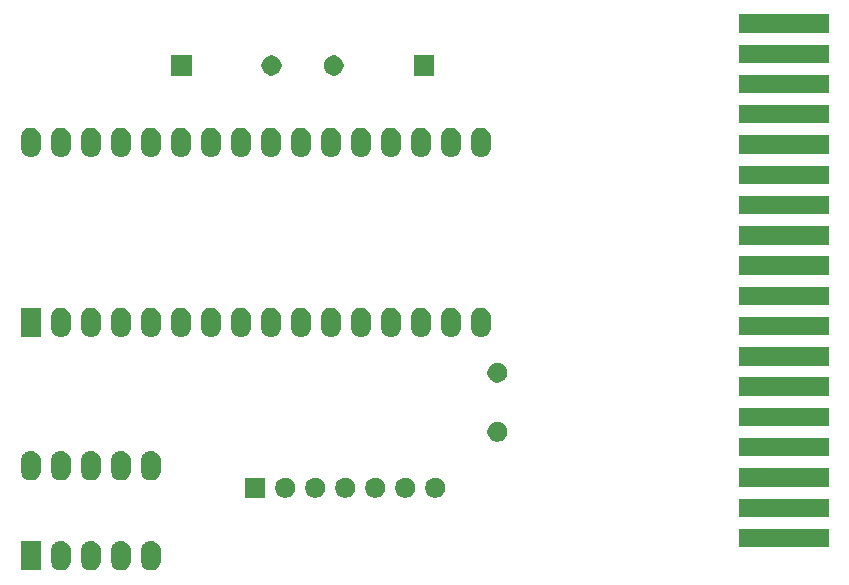
<source format=gbs>
G04 #@! TF.GenerationSoftware,KiCad,Pcbnew,(5.1.5)-3*
G04 #@! TF.CreationDate,2020-09-14T20:13:50+08:00*
G04 #@! TF.ProjectId,WizzardCartRPack,57697a7a-6172-4644-9361-727452506163,rev?*
G04 #@! TF.SameCoordinates,Original*
G04 #@! TF.FileFunction,Soldermask,Bot*
G04 #@! TF.FilePolarity,Negative*
%FSLAX46Y46*%
G04 Gerber Fmt 4.6, Leading zero omitted, Abs format (unit mm)*
G04 Created by KiCad (PCBNEW (5.1.5)-3) date 2020-09-14 20:13:50*
%MOMM*%
%LPD*%
G04 APERTURE LIST*
%ADD10C,0.100000*%
G04 APERTURE END LIST*
D10*
G36*
X113076822Y-120761313D02*
G01*
X113237241Y-120809976D01*
X113385077Y-120888995D01*
X113514659Y-120995341D01*
X113621004Y-121124922D01*
X113621005Y-121124924D01*
X113700024Y-121272758D01*
X113700024Y-121272759D01*
X113700025Y-121272761D01*
X113709083Y-121302620D01*
X113748687Y-121433177D01*
X113761000Y-121558196D01*
X113761000Y-122441803D01*
X113748687Y-122566822D01*
X113700024Y-122727242D01*
X113629114Y-122859906D01*
X113621004Y-122875078D01*
X113514659Y-123004659D01*
X113385078Y-123111004D01*
X113385076Y-123111005D01*
X113237242Y-123190024D01*
X113076823Y-123238687D01*
X112910000Y-123255117D01*
X112743178Y-123238687D01*
X112582759Y-123190024D01*
X112434925Y-123111005D01*
X112434923Y-123111004D01*
X112305342Y-123004659D01*
X112198997Y-122875078D01*
X112190887Y-122859906D01*
X112119977Y-122727242D01*
X112071314Y-122566823D01*
X112059000Y-122441803D01*
X112059000Y-121558197D01*
X112071313Y-121433178D01*
X112119976Y-121272759D01*
X112198995Y-121124923D01*
X112305341Y-120995341D01*
X112434922Y-120888996D01*
X112450094Y-120880886D01*
X112582758Y-120809976D01*
X112743177Y-120761313D01*
X112910000Y-120744883D01*
X113076822Y-120761313D01*
G37*
G36*
X110536822Y-120761313D02*
G01*
X110697241Y-120809976D01*
X110845077Y-120888995D01*
X110974659Y-120995341D01*
X111081004Y-121124922D01*
X111081005Y-121124924D01*
X111160024Y-121272758D01*
X111160024Y-121272759D01*
X111160025Y-121272761D01*
X111169083Y-121302620D01*
X111208687Y-121433177D01*
X111221000Y-121558196D01*
X111221000Y-122441803D01*
X111208687Y-122566822D01*
X111160024Y-122727242D01*
X111089114Y-122859906D01*
X111081004Y-122875078D01*
X110974659Y-123004659D01*
X110845078Y-123111004D01*
X110845076Y-123111005D01*
X110697242Y-123190024D01*
X110536823Y-123238687D01*
X110370000Y-123255117D01*
X110203178Y-123238687D01*
X110042759Y-123190024D01*
X109894925Y-123111005D01*
X109894923Y-123111004D01*
X109765342Y-123004659D01*
X109658997Y-122875078D01*
X109650887Y-122859906D01*
X109579977Y-122727242D01*
X109531314Y-122566823D01*
X109519000Y-122441803D01*
X109519000Y-121558197D01*
X109531313Y-121433178D01*
X109579976Y-121272759D01*
X109658995Y-121124923D01*
X109765341Y-120995341D01*
X109894922Y-120888996D01*
X109910094Y-120880886D01*
X110042758Y-120809976D01*
X110203177Y-120761313D01*
X110370000Y-120744883D01*
X110536822Y-120761313D01*
G37*
G36*
X105456822Y-120761313D02*
G01*
X105617241Y-120809976D01*
X105765077Y-120888995D01*
X105894659Y-120995341D01*
X106001004Y-121124922D01*
X106001005Y-121124924D01*
X106080024Y-121272758D01*
X106080024Y-121272759D01*
X106080025Y-121272761D01*
X106089083Y-121302620D01*
X106128687Y-121433177D01*
X106141000Y-121558196D01*
X106141000Y-122441803D01*
X106128687Y-122566822D01*
X106080024Y-122727242D01*
X106009114Y-122859906D01*
X106001004Y-122875078D01*
X105894659Y-123004659D01*
X105765078Y-123111004D01*
X105765076Y-123111005D01*
X105617242Y-123190024D01*
X105456823Y-123238687D01*
X105290000Y-123255117D01*
X105123178Y-123238687D01*
X104962759Y-123190024D01*
X104814925Y-123111005D01*
X104814923Y-123111004D01*
X104685342Y-123004659D01*
X104578997Y-122875078D01*
X104570887Y-122859906D01*
X104499977Y-122727242D01*
X104451314Y-122566823D01*
X104439000Y-122441803D01*
X104439000Y-121558197D01*
X104451313Y-121433178D01*
X104499976Y-121272759D01*
X104578995Y-121124923D01*
X104685341Y-120995341D01*
X104814922Y-120888996D01*
X104830094Y-120880886D01*
X104962758Y-120809976D01*
X105123177Y-120761313D01*
X105290000Y-120744883D01*
X105456822Y-120761313D01*
G37*
G36*
X107996822Y-120761313D02*
G01*
X108157241Y-120809976D01*
X108305077Y-120888995D01*
X108434659Y-120995341D01*
X108541004Y-121124922D01*
X108541005Y-121124924D01*
X108620024Y-121272758D01*
X108620024Y-121272759D01*
X108620025Y-121272761D01*
X108629083Y-121302620D01*
X108668687Y-121433177D01*
X108681000Y-121558196D01*
X108681000Y-122441803D01*
X108668687Y-122566822D01*
X108620024Y-122727242D01*
X108549114Y-122859906D01*
X108541004Y-122875078D01*
X108434659Y-123004659D01*
X108305078Y-123111004D01*
X108305076Y-123111005D01*
X108157242Y-123190024D01*
X107996823Y-123238687D01*
X107830000Y-123255117D01*
X107663178Y-123238687D01*
X107502759Y-123190024D01*
X107354925Y-123111005D01*
X107354923Y-123111004D01*
X107225342Y-123004659D01*
X107118997Y-122875078D01*
X107110887Y-122859906D01*
X107039977Y-122727242D01*
X106991314Y-122566823D01*
X106979000Y-122441803D01*
X106979000Y-121558197D01*
X106991313Y-121433178D01*
X107039976Y-121272759D01*
X107118995Y-121124923D01*
X107225341Y-120995341D01*
X107354922Y-120888996D01*
X107370094Y-120880886D01*
X107502758Y-120809976D01*
X107663177Y-120761313D01*
X107830000Y-120744883D01*
X107996822Y-120761313D01*
G37*
G36*
X103601000Y-123251000D02*
G01*
X101899000Y-123251000D01*
X101899000Y-120749000D01*
X103601000Y-120749000D01*
X103601000Y-123251000D01*
G37*
G36*
X170301000Y-121276000D02*
G01*
X162699000Y-121276000D01*
X162699000Y-119724000D01*
X170301000Y-119724000D01*
X170301000Y-121276000D01*
G37*
G36*
X170301000Y-118714236D02*
G01*
X162699000Y-118714236D01*
X162699000Y-117162236D01*
X170301000Y-117162236D01*
X170301000Y-118714236D01*
G37*
G36*
X134698228Y-115431703D02*
G01*
X134853100Y-115495853D01*
X134992481Y-115588985D01*
X135111015Y-115707519D01*
X135204147Y-115846900D01*
X135268297Y-116001772D01*
X135301000Y-116166184D01*
X135301000Y-116333816D01*
X135268297Y-116498228D01*
X135204147Y-116653100D01*
X135111015Y-116792481D01*
X134992481Y-116911015D01*
X134853100Y-117004147D01*
X134698228Y-117068297D01*
X134533816Y-117101000D01*
X134366184Y-117101000D01*
X134201772Y-117068297D01*
X134046900Y-117004147D01*
X133907519Y-116911015D01*
X133788985Y-116792481D01*
X133695853Y-116653100D01*
X133631703Y-116498228D01*
X133599000Y-116333816D01*
X133599000Y-116166184D01*
X133631703Y-116001772D01*
X133695853Y-115846900D01*
X133788985Y-115707519D01*
X133907519Y-115588985D01*
X134046900Y-115495853D01*
X134201772Y-115431703D01*
X134366184Y-115399000D01*
X134533816Y-115399000D01*
X134698228Y-115431703D01*
G37*
G36*
X124538228Y-115431703D02*
G01*
X124693100Y-115495853D01*
X124832481Y-115588985D01*
X124951015Y-115707519D01*
X125044147Y-115846900D01*
X125108297Y-116001772D01*
X125141000Y-116166184D01*
X125141000Y-116333816D01*
X125108297Y-116498228D01*
X125044147Y-116653100D01*
X124951015Y-116792481D01*
X124832481Y-116911015D01*
X124693100Y-117004147D01*
X124538228Y-117068297D01*
X124373816Y-117101000D01*
X124206184Y-117101000D01*
X124041772Y-117068297D01*
X123886900Y-117004147D01*
X123747519Y-116911015D01*
X123628985Y-116792481D01*
X123535853Y-116653100D01*
X123471703Y-116498228D01*
X123439000Y-116333816D01*
X123439000Y-116166184D01*
X123471703Y-116001772D01*
X123535853Y-115846900D01*
X123628985Y-115707519D01*
X123747519Y-115588985D01*
X123886900Y-115495853D01*
X124041772Y-115431703D01*
X124206184Y-115399000D01*
X124373816Y-115399000D01*
X124538228Y-115431703D01*
G37*
G36*
X127078228Y-115431703D02*
G01*
X127233100Y-115495853D01*
X127372481Y-115588985D01*
X127491015Y-115707519D01*
X127584147Y-115846900D01*
X127648297Y-116001772D01*
X127681000Y-116166184D01*
X127681000Y-116333816D01*
X127648297Y-116498228D01*
X127584147Y-116653100D01*
X127491015Y-116792481D01*
X127372481Y-116911015D01*
X127233100Y-117004147D01*
X127078228Y-117068297D01*
X126913816Y-117101000D01*
X126746184Y-117101000D01*
X126581772Y-117068297D01*
X126426900Y-117004147D01*
X126287519Y-116911015D01*
X126168985Y-116792481D01*
X126075853Y-116653100D01*
X126011703Y-116498228D01*
X125979000Y-116333816D01*
X125979000Y-116166184D01*
X126011703Y-116001772D01*
X126075853Y-115846900D01*
X126168985Y-115707519D01*
X126287519Y-115588985D01*
X126426900Y-115495853D01*
X126581772Y-115431703D01*
X126746184Y-115399000D01*
X126913816Y-115399000D01*
X127078228Y-115431703D01*
G37*
G36*
X129618228Y-115431703D02*
G01*
X129773100Y-115495853D01*
X129912481Y-115588985D01*
X130031015Y-115707519D01*
X130124147Y-115846900D01*
X130188297Y-116001772D01*
X130221000Y-116166184D01*
X130221000Y-116333816D01*
X130188297Y-116498228D01*
X130124147Y-116653100D01*
X130031015Y-116792481D01*
X129912481Y-116911015D01*
X129773100Y-117004147D01*
X129618228Y-117068297D01*
X129453816Y-117101000D01*
X129286184Y-117101000D01*
X129121772Y-117068297D01*
X128966900Y-117004147D01*
X128827519Y-116911015D01*
X128708985Y-116792481D01*
X128615853Y-116653100D01*
X128551703Y-116498228D01*
X128519000Y-116333816D01*
X128519000Y-116166184D01*
X128551703Y-116001772D01*
X128615853Y-115846900D01*
X128708985Y-115707519D01*
X128827519Y-115588985D01*
X128966900Y-115495853D01*
X129121772Y-115431703D01*
X129286184Y-115399000D01*
X129453816Y-115399000D01*
X129618228Y-115431703D01*
G37*
G36*
X132158228Y-115431703D02*
G01*
X132313100Y-115495853D01*
X132452481Y-115588985D01*
X132571015Y-115707519D01*
X132664147Y-115846900D01*
X132728297Y-116001772D01*
X132761000Y-116166184D01*
X132761000Y-116333816D01*
X132728297Y-116498228D01*
X132664147Y-116653100D01*
X132571015Y-116792481D01*
X132452481Y-116911015D01*
X132313100Y-117004147D01*
X132158228Y-117068297D01*
X131993816Y-117101000D01*
X131826184Y-117101000D01*
X131661772Y-117068297D01*
X131506900Y-117004147D01*
X131367519Y-116911015D01*
X131248985Y-116792481D01*
X131155853Y-116653100D01*
X131091703Y-116498228D01*
X131059000Y-116333816D01*
X131059000Y-116166184D01*
X131091703Y-116001772D01*
X131155853Y-115846900D01*
X131248985Y-115707519D01*
X131367519Y-115588985D01*
X131506900Y-115495853D01*
X131661772Y-115431703D01*
X131826184Y-115399000D01*
X131993816Y-115399000D01*
X132158228Y-115431703D01*
G37*
G36*
X137238228Y-115431703D02*
G01*
X137393100Y-115495853D01*
X137532481Y-115588985D01*
X137651015Y-115707519D01*
X137744147Y-115846900D01*
X137808297Y-116001772D01*
X137841000Y-116166184D01*
X137841000Y-116333816D01*
X137808297Y-116498228D01*
X137744147Y-116653100D01*
X137651015Y-116792481D01*
X137532481Y-116911015D01*
X137393100Y-117004147D01*
X137238228Y-117068297D01*
X137073816Y-117101000D01*
X136906184Y-117101000D01*
X136741772Y-117068297D01*
X136586900Y-117004147D01*
X136447519Y-116911015D01*
X136328985Y-116792481D01*
X136235853Y-116653100D01*
X136171703Y-116498228D01*
X136139000Y-116333816D01*
X136139000Y-116166184D01*
X136171703Y-116001772D01*
X136235853Y-115846900D01*
X136328985Y-115707519D01*
X136447519Y-115588985D01*
X136586900Y-115495853D01*
X136741772Y-115431703D01*
X136906184Y-115399000D01*
X137073816Y-115399000D01*
X137238228Y-115431703D01*
G37*
G36*
X122601000Y-117101000D02*
G01*
X120899000Y-117101000D01*
X120899000Y-115399000D01*
X122601000Y-115399000D01*
X122601000Y-117101000D01*
G37*
G36*
X170301000Y-116152472D02*
G01*
X162699000Y-116152472D01*
X162699000Y-114600472D01*
X170301000Y-114600472D01*
X170301000Y-116152472D01*
G37*
G36*
X102916822Y-113141313D02*
G01*
X103077241Y-113189976D01*
X103225077Y-113268995D01*
X103354659Y-113375341D01*
X103461004Y-113504922D01*
X103461005Y-113504924D01*
X103540024Y-113652758D01*
X103588687Y-113813177D01*
X103601000Y-113938196D01*
X103601000Y-114821803D01*
X103588687Y-114946822D01*
X103540024Y-115107242D01*
X103469114Y-115239906D01*
X103461004Y-115255078D01*
X103354659Y-115384659D01*
X103225078Y-115491004D01*
X103225076Y-115491005D01*
X103077242Y-115570024D01*
X102916823Y-115618687D01*
X102750000Y-115635117D01*
X102583178Y-115618687D01*
X102422759Y-115570024D01*
X102274925Y-115491005D01*
X102274923Y-115491004D01*
X102145342Y-115384659D01*
X102038997Y-115255078D01*
X102030887Y-115239906D01*
X101959977Y-115107242D01*
X101911314Y-114946823D01*
X101899000Y-114821803D01*
X101899000Y-113938197D01*
X101911313Y-113813178D01*
X101959976Y-113652759D01*
X102038995Y-113504923D01*
X102145341Y-113375341D01*
X102274922Y-113268996D01*
X102290094Y-113260886D01*
X102422758Y-113189976D01*
X102583177Y-113141313D01*
X102750000Y-113124883D01*
X102916822Y-113141313D01*
G37*
G36*
X113076822Y-113141313D02*
G01*
X113237241Y-113189976D01*
X113385077Y-113268995D01*
X113514659Y-113375341D01*
X113621004Y-113504922D01*
X113621005Y-113504924D01*
X113700024Y-113652758D01*
X113748687Y-113813177D01*
X113761000Y-113938196D01*
X113761000Y-114821803D01*
X113748687Y-114946822D01*
X113700024Y-115107242D01*
X113629114Y-115239906D01*
X113621004Y-115255078D01*
X113514659Y-115384659D01*
X113385078Y-115491004D01*
X113385076Y-115491005D01*
X113237242Y-115570024D01*
X113076823Y-115618687D01*
X112910000Y-115635117D01*
X112743178Y-115618687D01*
X112582759Y-115570024D01*
X112434925Y-115491005D01*
X112434923Y-115491004D01*
X112305342Y-115384659D01*
X112198997Y-115255078D01*
X112190887Y-115239906D01*
X112119977Y-115107242D01*
X112071314Y-114946823D01*
X112059000Y-114821803D01*
X112059000Y-113938197D01*
X112071313Y-113813178D01*
X112119976Y-113652759D01*
X112198995Y-113504923D01*
X112305341Y-113375341D01*
X112434922Y-113268996D01*
X112450094Y-113260886D01*
X112582758Y-113189976D01*
X112743177Y-113141313D01*
X112910000Y-113124883D01*
X113076822Y-113141313D01*
G37*
G36*
X107996822Y-113141313D02*
G01*
X108157241Y-113189976D01*
X108305077Y-113268995D01*
X108434659Y-113375341D01*
X108541004Y-113504922D01*
X108541005Y-113504924D01*
X108620024Y-113652758D01*
X108668687Y-113813177D01*
X108681000Y-113938196D01*
X108681000Y-114821803D01*
X108668687Y-114946822D01*
X108620024Y-115107242D01*
X108549114Y-115239906D01*
X108541004Y-115255078D01*
X108434659Y-115384659D01*
X108305078Y-115491004D01*
X108305076Y-115491005D01*
X108157242Y-115570024D01*
X107996823Y-115618687D01*
X107830000Y-115635117D01*
X107663178Y-115618687D01*
X107502759Y-115570024D01*
X107354925Y-115491005D01*
X107354923Y-115491004D01*
X107225342Y-115384659D01*
X107118997Y-115255078D01*
X107110887Y-115239906D01*
X107039977Y-115107242D01*
X106991314Y-114946823D01*
X106979000Y-114821803D01*
X106979000Y-113938197D01*
X106991313Y-113813178D01*
X107039976Y-113652759D01*
X107118995Y-113504923D01*
X107225341Y-113375341D01*
X107354922Y-113268996D01*
X107370094Y-113260886D01*
X107502758Y-113189976D01*
X107663177Y-113141313D01*
X107830000Y-113124883D01*
X107996822Y-113141313D01*
G37*
G36*
X105456822Y-113141313D02*
G01*
X105617241Y-113189976D01*
X105765077Y-113268995D01*
X105894659Y-113375341D01*
X106001004Y-113504922D01*
X106001005Y-113504924D01*
X106080024Y-113652758D01*
X106128687Y-113813177D01*
X106141000Y-113938196D01*
X106141000Y-114821803D01*
X106128687Y-114946822D01*
X106080024Y-115107242D01*
X106009114Y-115239906D01*
X106001004Y-115255078D01*
X105894659Y-115384659D01*
X105765078Y-115491004D01*
X105765076Y-115491005D01*
X105617242Y-115570024D01*
X105456823Y-115618687D01*
X105290000Y-115635117D01*
X105123178Y-115618687D01*
X104962759Y-115570024D01*
X104814925Y-115491005D01*
X104814923Y-115491004D01*
X104685342Y-115384659D01*
X104578997Y-115255078D01*
X104570887Y-115239906D01*
X104499977Y-115107242D01*
X104451314Y-114946823D01*
X104439000Y-114821803D01*
X104439000Y-113938197D01*
X104451313Y-113813178D01*
X104499976Y-113652759D01*
X104578995Y-113504923D01*
X104685341Y-113375341D01*
X104814922Y-113268996D01*
X104830094Y-113260886D01*
X104962758Y-113189976D01*
X105123177Y-113141313D01*
X105290000Y-113124883D01*
X105456822Y-113141313D01*
G37*
G36*
X110536822Y-113141313D02*
G01*
X110697241Y-113189976D01*
X110845077Y-113268995D01*
X110974659Y-113375341D01*
X111081004Y-113504922D01*
X111081005Y-113504924D01*
X111160024Y-113652758D01*
X111208687Y-113813177D01*
X111221000Y-113938196D01*
X111221000Y-114821803D01*
X111208687Y-114946822D01*
X111160024Y-115107242D01*
X111089114Y-115239906D01*
X111081004Y-115255078D01*
X110974659Y-115384659D01*
X110845078Y-115491004D01*
X110845076Y-115491005D01*
X110697242Y-115570024D01*
X110536823Y-115618687D01*
X110370000Y-115635117D01*
X110203178Y-115618687D01*
X110042759Y-115570024D01*
X109894925Y-115491005D01*
X109894923Y-115491004D01*
X109765342Y-115384659D01*
X109658997Y-115255078D01*
X109650887Y-115239906D01*
X109579977Y-115107242D01*
X109531314Y-114946823D01*
X109519000Y-114821803D01*
X109519000Y-113938197D01*
X109531313Y-113813178D01*
X109579976Y-113652759D01*
X109658995Y-113504923D01*
X109765341Y-113375341D01*
X109894922Y-113268996D01*
X109910094Y-113260886D01*
X110042758Y-113189976D01*
X110203177Y-113141313D01*
X110370000Y-113124883D01*
X110536822Y-113141313D01*
G37*
G36*
X170301000Y-113590708D02*
G01*
X162699000Y-113590708D01*
X162699000Y-112038708D01*
X170301000Y-112038708D01*
X170301000Y-113590708D01*
G37*
G36*
X142498228Y-110681703D02*
G01*
X142653100Y-110745853D01*
X142792481Y-110838985D01*
X142911015Y-110957519D01*
X143004147Y-111096900D01*
X143068297Y-111251772D01*
X143101000Y-111416184D01*
X143101000Y-111583816D01*
X143068297Y-111748228D01*
X143004147Y-111903100D01*
X142911015Y-112042481D01*
X142792481Y-112161015D01*
X142653100Y-112254147D01*
X142498228Y-112318297D01*
X142333816Y-112351000D01*
X142166184Y-112351000D01*
X142001772Y-112318297D01*
X141846900Y-112254147D01*
X141707519Y-112161015D01*
X141588985Y-112042481D01*
X141495853Y-111903100D01*
X141431703Y-111748228D01*
X141399000Y-111583816D01*
X141399000Y-111416184D01*
X141431703Y-111251772D01*
X141495853Y-111096900D01*
X141588985Y-110957519D01*
X141707519Y-110838985D01*
X141846900Y-110745853D01*
X142001772Y-110681703D01*
X142166184Y-110649000D01*
X142333816Y-110649000D01*
X142498228Y-110681703D01*
G37*
G36*
X170301000Y-111028944D02*
G01*
X162699000Y-111028944D01*
X162699000Y-109476944D01*
X170301000Y-109476944D01*
X170301000Y-111028944D01*
G37*
G36*
X170301000Y-108467180D02*
G01*
X162699000Y-108467180D01*
X162699000Y-106915180D01*
X170301000Y-106915180D01*
X170301000Y-108467180D01*
G37*
G36*
X142498228Y-105681703D02*
G01*
X142653100Y-105745853D01*
X142792481Y-105838985D01*
X142911015Y-105957519D01*
X143004147Y-106096900D01*
X143068297Y-106251772D01*
X143101000Y-106416184D01*
X143101000Y-106583816D01*
X143068297Y-106748228D01*
X143004147Y-106903100D01*
X142911015Y-107042481D01*
X142792481Y-107161015D01*
X142653100Y-107254147D01*
X142498228Y-107318297D01*
X142333816Y-107351000D01*
X142166184Y-107351000D01*
X142001772Y-107318297D01*
X141846900Y-107254147D01*
X141707519Y-107161015D01*
X141588985Y-107042481D01*
X141495853Y-106903100D01*
X141431703Y-106748228D01*
X141399000Y-106583816D01*
X141399000Y-106416184D01*
X141431703Y-106251772D01*
X141495853Y-106096900D01*
X141588985Y-105957519D01*
X141707519Y-105838985D01*
X141846900Y-105745853D01*
X142001772Y-105681703D01*
X142166184Y-105649000D01*
X142333816Y-105649000D01*
X142498228Y-105681703D01*
G37*
G36*
X170301000Y-105905416D02*
G01*
X162699000Y-105905416D01*
X162699000Y-104353416D01*
X170301000Y-104353416D01*
X170301000Y-105905416D01*
G37*
G36*
X133396822Y-101011313D02*
G01*
X133557241Y-101059976D01*
X133705077Y-101138995D01*
X133834659Y-101245341D01*
X133941004Y-101374922D01*
X133941005Y-101374924D01*
X134020024Y-101522758D01*
X134068687Y-101683177D01*
X134081000Y-101808196D01*
X134081000Y-102691803D01*
X134068687Y-102816822D01*
X134020024Y-102977242D01*
X133949114Y-103109906D01*
X133941004Y-103125078D01*
X133834659Y-103254659D01*
X133705078Y-103361004D01*
X133705076Y-103361005D01*
X133557242Y-103440024D01*
X133396823Y-103488687D01*
X133230000Y-103505117D01*
X133063178Y-103488687D01*
X132902759Y-103440024D01*
X132754925Y-103361005D01*
X132754923Y-103361004D01*
X132625342Y-103254659D01*
X132518997Y-103125078D01*
X132510887Y-103109906D01*
X132439977Y-102977242D01*
X132391314Y-102816823D01*
X132379000Y-102691803D01*
X132379000Y-101808197D01*
X132391313Y-101683178D01*
X132439976Y-101522759D01*
X132518995Y-101374923D01*
X132625341Y-101245341D01*
X132754922Y-101138996D01*
X132770094Y-101130886D01*
X132902758Y-101059976D01*
X133063177Y-101011313D01*
X133230000Y-100994883D01*
X133396822Y-101011313D01*
G37*
G36*
X118156822Y-101011313D02*
G01*
X118317241Y-101059976D01*
X118465077Y-101138995D01*
X118594659Y-101245341D01*
X118701004Y-101374922D01*
X118701005Y-101374924D01*
X118780024Y-101522758D01*
X118828687Y-101683177D01*
X118841000Y-101808196D01*
X118841000Y-102691803D01*
X118828687Y-102816822D01*
X118780024Y-102977242D01*
X118709114Y-103109906D01*
X118701004Y-103125078D01*
X118594659Y-103254659D01*
X118465078Y-103361004D01*
X118465076Y-103361005D01*
X118317242Y-103440024D01*
X118156823Y-103488687D01*
X117990000Y-103505117D01*
X117823178Y-103488687D01*
X117662759Y-103440024D01*
X117514925Y-103361005D01*
X117514923Y-103361004D01*
X117385342Y-103254659D01*
X117278997Y-103125078D01*
X117270887Y-103109906D01*
X117199977Y-102977242D01*
X117151314Y-102816823D01*
X117139000Y-102691803D01*
X117139000Y-101808197D01*
X117151313Y-101683178D01*
X117199976Y-101522759D01*
X117278995Y-101374923D01*
X117385341Y-101245341D01*
X117514922Y-101138996D01*
X117530094Y-101130886D01*
X117662758Y-101059976D01*
X117823177Y-101011313D01*
X117990000Y-100994883D01*
X118156822Y-101011313D01*
G37*
G36*
X128316822Y-101011313D02*
G01*
X128477241Y-101059976D01*
X128625077Y-101138995D01*
X128754659Y-101245341D01*
X128861004Y-101374922D01*
X128861005Y-101374924D01*
X128940024Y-101522758D01*
X128988687Y-101683177D01*
X129001000Y-101808196D01*
X129001000Y-102691803D01*
X128988687Y-102816822D01*
X128940024Y-102977242D01*
X128869114Y-103109906D01*
X128861004Y-103125078D01*
X128754659Y-103254659D01*
X128625078Y-103361004D01*
X128625076Y-103361005D01*
X128477242Y-103440024D01*
X128316823Y-103488687D01*
X128150000Y-103505117D01*
X127983178Y-103488687D01*
X127822759Y-103440024D01*
X127674925Y-103361005D01*
X127674923Y-103361004D01*
X127545342Y-103254659D01*
X127438997Y-103125078D01*
X127430887Y-103109906D01*
X127359977Y-102977242D01*
X127311314Y-102816823D01*
X127299000Y-102691803D01*
X127299000Y-101808197D01*
X127311313Y-101683178D01*
X127359976Y-101522759D01*
X127438995Y-101374923D01*
X127545341Y-101245341D01*
X127674922Y-101138996D01*
X127690094Y-101130886D01*
X127822758Y-101059976D01*
X127983177Y-101011313D01*
X128150000Y-100994883D01*
X128316822Y-101011313D01*
G37*
G36*
X138476822Y-101011313D02*
G01*
X138637241Y-101059976D01*
X138785077Y-101138995D01*
X138914659Y-101245341D01*
X139021004Y-101374922D01*
X139021005Y-101374924D01*
X139100024Y-101522758D01*
X139148687Y-101683177D01*
X139161000Y-101808196D01*
X139161000Y-102691803D01*
X139148687Y-102816822D01*
X139100024Y-102977242D01*
X139029114Y-103109906D01*
X139021004Y-103125078D01*
X138914659Y-103254659D01*
X138785078Y-103361004D01*
X138785076Y-103361005D01*
X138637242Y-103440024D01*
X138476823Y-103488687D01*
X138310000Y-103505117D01*
X138143178Y-103488687D01*
X137982759Y-103440024D01*
X137834925Y-103361005D01*
X137834923Y-103361004D01*
X137705342Y-103254659D01*
X137598997Y-103125078D01*
X137590887Y-103109906D01*
X137519977Y-102977242D01*
X137471314Y-102816823D01*
X137459000Y-102691803D01*
X137459000Y-101808197D01*
X137471313Y-101683178D01*
X137519976Y-101522759D01*
X137598995Y-101374923D01*
X137705341Y-101245341D01*
X137834922Y-101138996D01*
X137850094Y-101130886D01*
X137982758Y-101059976D01*
X138143177Y-101011313D01*
X138310000Y-100994883D01*
X138476822Y-101011313D01*
G37*
G36*
X135936822Y-101011313D02*
G01*
X136097241Y-101059976D01*
X136245077Y-101138995D01*
X136374659Y-101245341D01*
X136481004Y-101374922D01*
X136481005Y-101374924D01*
X136560024Y-101522758D01*
X136608687Y-101683177D01*
X136621000Y-101808196D01*
X136621000Y-102691803D01*
X136608687Y-102816822D01*
X136560024Y-102977242D01*
X136489114Y-103109906D01*
X136481004Y-103125078D01*
X136374659Y-103254659D01*
X136245078Y-103361004D01*
X136245076Y-103361005D01*
X136097242Y-103440024D01*
X135936823Y-103488687D01*
X135770000Y-103505117D01*
X135603178Y-103488687D01*
X135442759Y-103440024D01*
X135294925Y-103361005D01*
X135294923Y-103361004D01*
X135165342Y-103254659D01*
X135058997Y-103125078D01*
X135050887Y-103109906D01*
X134979977Y-102977242D01*
X134931314Y-102816823D01*
X134919000Y-102691803D01*
X134919000Y-101808197D01*
X134931313Y-101683178D01*
X134979976Y-101522759D01*
X135058995Y-101374923D01*
X135165341Y-101245341D01*
X135294922Y-101138996D01*
X135310094Y-101130886D01*
X135442758Y-101059976D01*
X135603177Y-101011313D01*
X135770000Y-100994883D01*
X135936822Y-101011313D01*
G37*
G36*
X130856822Y-101011313D02*
G01*
X131017241Y-101059976D01*
X131165077Y-101138995D01*
X131294659Y-101245341D01*
X131401004Y-101374922D01*
X131401005Y-101374924D01*
X131480024Y-101522758D01*
X131528687Y-101683177D01*
X131541000Y-101808196D01*
X131541000Y-102691803D01*
X131528687Y-102816822D01*
X131480024Y-102977242D01*
X131409114Y-103109906D01*
X131401004Y-103125078D01*
X131294659Y-103254659D01*
X131165078Y-103361004D01*
X131165076Y-103361005D01*
X131017242Y-103440024D01*
X130856823Y-103488687D01*
X130690000Y-103505117D01*
X130523178Y-103488687D01*
X130362759Y-103440024D01*
X130214925Y-103361005D01*
X130214923Y-103361004D01*
X130085342Y-103254659D01*
X129978997Y-103125078D01*
X129970887Y-103109906D01*
X129899977Y-102977242D01*
X129851314Y-102816823D01*
X129839000Y-102691803D01*
X129839000Y-101808197D01*
X129851313Y-101683178D01*
X129899976Y-101522759D01*
X129978995Y-101374923D01*
X130085341Y-101245341D01*
X130214922Y-101138996D01*
X130230094Y-101130886D01*
X130362758Y-101059976D01*
X130523177Y-101011313D01*
X130690000Y-100994883D01*
X130856822Y-101011313D01*
G37*
G36*
X125776822Y-101011313D02*
G01*
X125937241Y-101059976D01*
X126085077Y-101138995D01*
X126214659Y-101245341D01*
X126321004Y-101374922D01*
X126321005Y-101374924D01*
X126400024Y-101522758D01*
X126448687Y-101683177D01*
X126461000Y-101808196D01*
X126461000Y-102691803D01*
X126448687Y-102816822D01*
X126400024Y-102977242D01*
X126329114Y-103109906D01*
X126321004Y-103125078D01*
X126214659Y-103254659D01*
X126085078Y-103361004D01*
X126085076Y-103361005D01*
X125937242Y-103440024D01*
X125776823Y-103488687D01*
X125610000Y-103505117D01*
X125443178Y-103488687D01*
X125282759Y-103440024D01*
X125134925Y-103361005D01*
X125134923Y-103361004D01*
X125005342Y-103254659D01*
X124898997Y-103125078D01*
X124890887Y-103109906D01*
X124819977Y-102977242D01*
X124771314Y-102816823D01*
X124759000Y-102691803D01*
X124759000Y-101808197D01*
X124771313Y-101683178D01*
X124819976Y-101522759D01*
X124898995Y-101374923D01*
X125005341Y-101245341D01*
X125134922Y-101138996D01*
X125150094Y-101130886D01*
X125282758Y-101059976D01*
X125443177Y-101011313D01*
X125610000Y-100994883D01*
X125776822Y-101011313D01*
G37*
G36*
X120696822Y-101011313D02*
G01*
X120857241Y-101059976D01*
X121005077Y-101138995D01*
X121134659Y-101245341D01*
X121241004Y-101374922D01*
X121241005Y-101374924D01*
X121320024Y-101522758D01*
X121368687Y-101683177D01*
X121381000Y-101808196D01*
X121381000Y-102691803D01*
X121368687Y-102816822D01*
X121320024Y-102977242D01*
X121249114Y-103109906D01*
X121241004Y-103125078D01*
X121134659Y-103254659D01*
X121005078Y-103361004D01*
X121005076Y-103361005D01*
X120857242Y-103440024D01*
X120696823Y-103488687D01*
X120530000Y-103505117D01*
X120363178Y-103488687D01*
X120202759Y-103440024D01*
X120054925Y-103361005D01*
X120054923Y-103361004D01*
X119925342Y-103254659D01*
X119818997Y-103125078D01*
X119810887Y-103109906D01*
X119739977Y-102977242D01*
X119691314Y-102816823D01*
X119679000Y-102691803D01*
X119679000Y-101808197D01*
X119691313Y-101683178D01*
X119739976Y-101522759D01*
X119818995Y-101374923D01*
X119925341Y-101245341D01*
X120054922Y-101138996D01*
X120070094Y-101130886D01*
X120202758Y-101059976D01*
X120363177Y-101011313D01*
X120530000Y-100994883D01*
X120696822Y-101011313D01*
G37*
G36*
X105456822Y-101011313D02*
G01*
X105617241Y-101059976D01*
X105765077Y-101138995D01*
X105894659Y-101245341D01*
X106001004Y-101374922D01*
X106001005Y-101374924D01*
X106080024Y-101522758D01*
X106128687Y-101683177D01*
X106141000Y-101808196D01*
X106141000Y-102691803D01*
X106128687Y-102816822D01*
X106080024Y-102977242D01*
X106009114Y-103109906D01*
X106001004Y-103125078D01*
X105894659Y-103254659D01*
X105765078Y-103361004D01*
X105765076Y-103361005D01*
X105617242Y-103440024D01*
X105456823Y-103488687D01*
X105290000Y-103505117D01*
X105123178Y-103488687D01*
X104962759Y-103440024D01*
X104814925Y-103361005D01*
X104814923Y-103361004D01*
X104685342Y-103254659D01*
X104578997Y-103125078D01*
X104570887Y-103109906D01*
X104499977Y-102977242D01*
X104451314Y-102816823D01*
X104439000Y-102691803D01*
X104439000Y-101808197D01*
X104451313Y-101683178D01*
X104499976Y-101522759D01*
X104578995Y-101374923D01*
X104685341Y-101245341D01*
X104814922Y-101138996D01*
X104830094Y-101130886D01*
X104962758Y-101059976D01*
X105123177Y-101011313D01*
X105290000Y-100994883D01*
X105456822Y-101011313D01*
G37*
G36*
X107996822Y-101011313D02*
G01*
X108157241Y-101059976D01*
X108305077Y-101138995D01*
X108434659Y-101245341D01*
X108541004Y-101374922D01*
X108541005Y-101374924D01*
X108620024Y-101522758D01*
X108668687Y-101683177D01*
X108681000Y-101808196D01*
X108681000Y-102691803D01*
X108668687Y-102816822D01*
X108620024Y-102977242D01*
X108549114Y-103109906D01*
X108541004Y-103125078D01*
X108434659Y-103254659D01*
X108305078Y-103361004D01*
X108305076Y-103361005D01*
X108157242Y-103440024D01*
X107996823Y-103488687D01*
X107830000Y-103505117D01*
X107663178Y-103488687D01*
X107502759Y-103440024D01*
X107354925Y-103361005D01*
X107354923Y-103361004D01*
X107225342Y-103254659D01*
X107118997Y-103125078D01*
X107110887Y-103109906D01*
X107039977Y-102977242D01*
X106991314Y-102816823D01*
X106979000Y-102691803D01*
X106979000Y-101808197D01*
X106991313Y-101683178D01*
X107039976Y-101522759D01*
X107118995Y-101374923D01*
X107225341Y-101245341D01*
X107354922Y-101138996D01*
X107370094Y-101130886D01*
X107502758Y-101059976D01*
X107663177Y-101011313D01*
X107830000Y-100994883D01*
X107996822Y-101011313D01*
G37*
G36*
X110536822Y-101011313D02*
G01*
X110697241Y-101059976D01*
X110845077Y-101138995D01*
X110974659Y-101245341D01*
X111081004Y-101374922D01*
X111081005Y-101374924D01*
X111160024Y-101522758D01*
X111208687Y-101683177D01*
X111221000Y-101808196D01*
X111221000Y-102691803D01*
X111208687Y-102816822D01*
X111160024Y-102977242D01*
X111089114Y-103109906D01*
X111081004Y-103125078D01*
X110974659Y-103254659D01*
X110845078Y-103361004D01*
X110845076Y-103361005D01*
X110697242Y-103440024D01*
X110536823Y-103488687D01*
X110370000Y-103505117D01*
X110203178Y-103488687D01*
X110042759Y-103440024D01*
X109894925Y-103361005D01*
X109894923Y-103361004D01*
X109765342Y-103254659D01*
X109658997Y-103125078D01*
X109650887Y-103109906D01*
X109579977Y-102977242D01*
X109531314Y-102816823D01*
X109519000Y-102691803D01*
X109519000Y-101808197D01*
X109531313Y-101683178D01*
X109579976Y-101522759D01*
X109658995Y-101374923D01*
X109765341Y-101245341D01*
X109894922Y-101138996D01*
X109910094Y-101130886D01*
X110042758Y-101059976D01*
X110203177Y-101011313D01*
X110370000Y-100994883D01*
X110536822Y-101011313D01*
G37*
G36*
X113076822Y-101011313D02*
G01*
X113237241Y-101059976D01*
X113385077Y-101138995D01*
X113514659Y-101245341D01*
X113621004Y-101374922D01*
X113621005Y-101374924D01*
X113700024Y-101522758D01*
X113748687Y-101683177D01*
X113761000Y-101808196D01*
X113761000Y-102691803D01*
X113748687Y-102816822D01*
X113700024Y-102977242D01*
X113629114Y-103109906D01*
X113621004Y-103125078D01*
X113514659Y-103254659D01*
X113385078Y-103361004D01*
X113385076Y-103361005D01*
X113237242Y-103440024D01*
X113076823Y-103488687D01*
X112910000Y-103505117D01*
X112743178Y-103488687D01*
X112582759Y-103440024D01*
X112434925Y-103361005D01*
X112434923Y-103361004D01*
X112305342Y-103254659D01*
X112198997Y-103125078D01*
X112190887Y-103109906D01*
X112119977Y-102977242D01*
X112071314Y-102816823D01*
X112059000Y-102691803D01*
X112059000Y-101808197D01*
X112071313Y-101683178D01*
X112119976Y-101522759D01*
X112198995Y-101374923D01*
X112305341Y-101245341D01*
X112434922Y-101138996D01*
X112450094Y-101130886D01*
X112582758Y-101059976D01*
X112743177Y-101011313D01*
X112910000Y-100994883D01*
X113076822Y-101011313D01*
G37*
G36*
X141016822Y-101011313D02*
G01*
X141177241Y-101059976D01*
X141325077Y-101138995D01*
X141454659Y-101245341D01*
X141561004Y-101374922D01*
X141561005Y-101374924D01*
X141640024Y-101522758D01*
X141688687Y-101683177D01*
X141701000Y-101808196D01*
X141701000Y-102691803D01*
X141688687Y-102816822D01*
X141640024Y-102977242D01*
X141569114Y-103109906D01*
X141561004Y-103125078D01*
X141454659Y-103254659D01*
X141325078Y-103361004D01*
X141325076Y-103361005D01*
X141177242Y-103440024D01*
X141016823Y-103488687D01*
X140850000Y-103505117D01*
X140683178Y-103488687D01*
X140522759Y-103440024D01*
X140374925Y-103361005D01*
X140374923Y-103361004D01*
X140245342Y-103254659D01*
X140138997Y-103125078D01*
X140130887Y-103109906D01*
X140059977Y-102977242D01*
X140011314Y-102816823D01*
X139999000Y-102691803D01*
X139999000Y-101808197D01*
X140011313Y-101683178D01*
X140059976Y-101522759D01*
X140138995Y-101374923D01*
X140245341Y-101245341D01*
X140374922Y-101138996D01*
X140390094Y-101130886D01*
X140522758Y-101059976D01*
X140683177Y-101011313D01*
X140850000Y-100994883D01*
X141016822Y-101011313D01*
G37*
G36*
X115616822Y-101011313D02*
G01*
X115777241Y-101059976D01*
X115925077Y-101138995D01*
X116054659Y-101245341D01*
X116161004Y-101374922D01*
X116161005Y-101374924D01*
X116240024Y-101522758D01*
X116288687Y-101683177D01*
X116301000Y-101808196D01*
X116301000Y-102691803D01*
X116288687Y-102816822D01*
X116240024Y-102977242D01*
X116169114Y-103109906D01*
X116161004Y-103125078D01*
X116054659Y-103254659D01*
X115925078Y-103361004D01*
X115925076Y-103361005D01*
X115777242Y-103440024D01*
X115616823Y-103488687D01*
X115450000Y-103505117D01*
X115283178Y-103488687D01*
X115122759Y-103440024D01*
X114974925Y-103361005D01*
X114974923Y-103361004D01*
X114845342Y-103254659D01*
X114738997Y-103125078D01*
X114730887Y-103109906D01*
X114659977Y-102977242D01*
X114611314Y-102816823D01*
X114599000Y-102691803D01*
X114599000Y-101808197D01*
X114611313Y-101683178D01*
X114659976Y-101522759D01*
X114738995Y-101374923D01*
X114845341Y-101245341D01*
X114974922Y-101138996D01*
X114990094Y-101130886D01*
X115122758Y-101059976D01*
X115283177Y-101011313D01*
X115450000Y-100994883D01*
X115616822Y-101011313D01*
G37*
G36*
X123236822Y-101011313D02*
G01*
X123397241Y-101059976D01*
X123545077Y-101138995D01*
X123674659Y-101245341D01*
X123781004Y-101374922D01*
X123781005Y-101374924D01*
X123860024Y-101522758D01*
X123908687Y-101683177D01*
X123921000Y-101808196D01*
X123921000Y-102691803D01*
X123908687Y-102816822D01*
X123860024Y-102977242D01*
X123789114Y-103109906D01*
X123781004Y-103125078D01*
X123674659Y-103254659D01*
X123545078Y-103361004D01*
X123545076Y-103361005D01*
X123397242Y-103440024D01*
X123236823Y-103488687D01*
X123070000Y-103505117D01*
X122903178Y-103488687D01*
X122742759Y-103440024D01*
X122594925Y-103361005D01*
X122594923Y-103361004D01*
X122465342Y-103254659D01*
X122358997Y-103125078D01*
X122350887Y-103109906D01*
X122279977Y-102977242D01*
X122231314Y-102816823D01*
X122219000Y-102691803D01*
X122219000Y-101808197D01*
X122231313Y-101683178D01*
X122279976Y-101522759D01*
X122358995Y-101374923D01*
X122465341Y-101245341D01*
X122594922Y-101138996D01*
X122610094Y-101130886D01*
X122742758Y-101059976D01*
X122903177Y-101011313D01*
X123070000Y-100994883D01*
X123236822Y-101011313D01*
G37*
G36*
X103601000Y-103501000D02*
G01*
X101899000Y-103501000D01*
X101899000Y-100999000D01*
X103601000Y-100999000D01*
X103601000Y-103501000D01*
G37*
G36*
X170301000Y-103343652D02*
G01*
X162699000Y-103343652D01*
X162699000Y-101791652D01*
X170301000Y-101791652D01*
X170301000Y-103343652D01*
G37*
G36*
X170301000Y-100781888D02*
G01*
X162699000Y-100781888D01*
X162699000Y-99229888D01*
X170301000Y-99229888D01*
X170301000Y-100781888D01*
G37*
G36*
X170301000Y-98220124D02*
G01*
X162699000Y-98220124D01*
X162699000Y-96668124D01*
X170301000Y-96668124D01*
X170301000Y-98220124D01*
G37*
G36*
X170301000Y-95658360D02*
G01*
X162699000Y-95658360D01*
X162699000Y-94106360D01*
X170301000Y-94106360D01*
X170301000Y-95658360D01*
G37*
G36*
X170301000Y-93096596D02*
G01*
X162699000Y-93096596D01*
X162699000Y-91544596D01*
X170301000Y-91544596D01*
X170301000Y-93096596D01*
G37*
G36*
X170301000Y-90534832D02*
G01*
X162699000Y-90534832D01*
X162699000Y-88982832D01*
X170301000Y-88982832D01*
X170301000Y-90534832D01*
G37*
G36*
X138476822Y-85771313D02*
G01*
X138637241Y-85819976D01*
X138785077Y-85898995D01*
X138914659Y-86005341D01*
X139021004Y-86134922D01*
X139021005Y-86134924D01*
X139100024Y-86282758D01*
X139148687Y-86443177D01*
X139161000Y-86568196D01*
X139161000Y-87451803D01*
X139148687Y-87576822D01*
X139100024Y-87737242D01*
X139029114Y-87869906D01*
X139021004Y-87885078D01*
X138914659Y-88014659D01*
X138785078Y-88121004D01*
X138785076Y-88121005D01*
X138637242Y-88200024D01*
X138476823Y-88248687D01*
X138310000Y-88265117D01*
X138143178Y-88248687D01*
X137982759Y-88200024D01*
X137834925Y-88121005D01*
X137834923Y-88121004D01*
X137705342Y-88014659D01*
X137598997Y-87885078D01*
X137590887Y-87869906D01*
X137519977Y-87737242D01*
X137471314Y-87576823D01*
X137459000Y-87451803D01*
X137459000Y-86568197D01*
X137471313Y-86443178D01*
X137519976Y-86282759D01*
X137598995Y-86134923D01*
X137705341Y-86005341D01*
X137834922Y-85898996D01*
X137850094Y-85890886D01*
X137982758Y-85819976D01*
X138143177Y-85771313D01*
X138310000Y-85754883D01*
X138476822Y-85771313D01*
G37*
G36*
X118156822Y-85771313D02*
G01*
X118317241Y-85819976D01*
X118465077Y-85898995D01*
X118594659Y-86005341D01*
X118701004Y-86134922D01*
X118701005Y-86134924D01*
X118780024Y-86282758D01*
X118828687Y-86443177D01*
X118841000Y-86568196D01*
X118841000Y-87451803D01*
X118828687Y-87576822D01*
X118780024Y-87737242D01*
X118709114Y-87869906D01*
X118701004Y-87885078D01*
X118594659Y-88014659D01*
X118465078Y-88121004D01*
X118465076Y-88121005D01*
X118317242Y-88200024D01*
X118156823Y-88248687D01*
X117990000Y-88265117D01*
X117823178Y-88248687D01*
X117662759Y-88200024D01*
X117514925Y-88121005D01*
X117514923Y-88121004D01*
X117385342Y-88014659D01*
X117278997Y-87885078D01*
X117270887Y-87869906D01*
X117199977Y-87737242D01*
X117151314Y-87576823D01*
X117139000Y-87451803D01*
X117139000Y-86568197D01*
X117151313Y-86443178D01*
X117199976Y-86282759D01*
X117278995Y-86134923D01*
X117385341Y-86005341D01*
X117514922Y-85898996D01*
X117530094Y-85890886D01*
X117662758Y-85819976D01*
X117823177Y-85771313D01*
X117990000Y-85754883D01*
X118156822Y-85771313D01*
G37*
G36*
X120696822Y-85771313D02*
G01*
X120857241Y-85819976D01*
X121005077Y-85898995D01*
X121134659Y-86005341D01*
X121241004Y-86134922D01*
X121241005Y-86134924D01*
X121320024Y-86282758D01*
X121368687Y-86443177D01*
X121381000Y-86568196D01*
X121381000Y-87451803D01*
X121368687Y-87576822D01*
X121320024Y-87737242D01*
X121249114Y-87869906D01*
X121241004Y-87885078D01*
X121134659Y-88014659D01*
X121005078Y-88121004D01*
X121005076Y-88121005D01*
X120857242Y-88200024D01*
X120696823Y-88248687D01*
X120530000Y-88265117D01*
X120363178Y-88248687D01*
X120202759Y-88200024D01*
X120054925Y-88121005D01*
X120054923Y-88121004D01*
X119925342Y-88014659D01*
X119818997Y-87885078D01*
X119810887Y-87869906D01*
X119739977Y-87737242D01*
X119691314Y-87576823D01*
X119679000Y-87451803D01*
X119679000Y-86568197D01*
X119691313Y-86443178D01*
X119739976Y-86282759D01*
X119818995Y-86134923D01*
X119925341Y-86005341D01*
X120054922Y-85898996D01*
X120070094Y-85890886D01*
X120202758Y-85819976D01*
X120363177Y-85771313D01*
X120530000Y-85754883D01*
X120696822Y-85771313D01*
G37*
G36*
X102916822Y-85771313D02*
G01*
X103077241Y-85819976D01*
X103225077Y-85898995D01*
X103354659Y-86005341D01*
X103461004Y-86134922D01*
X103461005Y-86134924D01*
X103540024Y-86282758D01*
X103588687Y-86443177D01*
X103601000Y-86568196D01*
X103601000Y-87451803D01*
X103588687Y-87576822D01*
X103540024Y-87737242D01*
X103469114Y-87869906D01*
X103461004Y-87885078D01*
X103354659Y-88014659D01*
X103225078Y-88121004D01*
X103225076Y-88121005D01*
X103077242Y-88200024D01*
X102916823Y-88248687D01*
X102750000Y-88265117D01*
X102583178Y-88248687D01*
X102422759Y-88200024D01*
X102274925Y-88121005D01*
X102274923Y-88121004D01*
X102145342Y-88014659D01*
X102038997Y-87885078D01*
X102030887Y-87869906D01*
X101959977Y-87737242D01*
X101911314Y-87576823D01*
X101899000Y-87451803D01*
X101899000Y-86568197D01*
X101911313Y-86443178D01*
X101959976Y-86282759D01*
X102038995Y-86134923D01*
X102145341Y-86005341D01*
X102274922Y-85898996D01*
X102290094Y-85890886D01*
X102422758Y-85819976D01*
X102583177Y-85771313D01*
X102750000Y-85754883D01*
X102916822Y-85771313D01*
G37*
G36*
X123236822Y-85771313D02*
G01*
X123397241Y-85819976D01*
X123545077Y-85898995D01*
X123674659Y-86005341D01*
X123781004Y-86134922D01*
X123781005Y-86134924D01*
X123860024Y-86282758D01*
X123908687Y-86443177D01*
X123921000Y-86568196D01*
X123921000Y-87451803D01*
X123908687Y-87576822D01*
X123860024Y-87737242D01*
X123789114Y-87869906D01*
X123781004Y-87885078D01*
X123674659Y-88014659D01*
X123545078Y-88121004D01*
X123545076Y-88121005D01*
X123397242Y-88200024D01*
X123236823Y-88248687D01*
X123070000Y-88265117D01*
X122903178Y-88248687D01*
X122742759Y-88200024D01*
X122594925Y-88121005D01*
X122594923Y-88121004D01*
X122465342Y-88014659D01*
X122358997Y-87885078D01*
X122350887Y-87869906D01*
X122279977Y-87737242D01*
X122231314Y-87576823D01*
X122219000Y-87451803D01*
X122219000Y-86568197D01*
X122231313Y-86443178D01*
X122279976Y-86282759D01*
X122358995Y-86134923D01*
X122465341Y-86005341D01*
X122594922Y-85898996D01*
X122610094Y-85890886D01*
X122742758Y-85819976D01*
X122903177Y-85771313D01*
X123070000Y-85754883D01*
X123236822Y-85771313D01*
G37*
G36*
X130856822Y-85771313D02*
G01*
X131017241Y-85819976D01*
X131165077Y-85898995D01*
X131294659Y-86005341D01*
X131401004Y-86134922D01*
X131401005Y-86134924D01*
X131480024Y-86282758D01*
X131528687Y-86443177D01*
X131541000Y-86568196D01*
X131541000Y-87451803D01*
X131528687Y-87576822D01*
X131480024Y-87737242D01*
X131409114Y-87869906D01*
X131401004Y-87885078D01*
X131294659Y-88014659D01*
X131165078Y-88121004D01*
X131165076Y-88121005D01*
X131017242Y-88200024D01*
X130856823Y-88248687D01*
X130690000Y-88265117D01*
X130523178Y-88248687D01*
X130362759Y-88200024D01*
X130214925Y-88121005D01*
X130214923Y-88121004D01*
X130085342Y-88014659D01*
X129978997Y-87885078D01*
X129970887Y-87869906D01*
X129899977Y-87737242D01*
X129851314Y-87576823D01*
X129839000Y-87451803D01*
X129839000Y-86568197D01*
X129851313Y-86443178D01*
X129899976Y-86282759D01*
X129978995Y-86134923D01*
X130085341Y-86005341D01*
X130214922Y-85898996D01*
X130230094Y-85890886D01*
X130362758Y-85819976D01*
X130523177Y-85771313D01*
X130690000Y-85754883D01*
X130856822Y-85771313D01*
G37*
G36*
X105456822Y-85771313D02*
G01*
X105617241Y-85819976D01*
X105765077Y-85898995D01*
X105894659Y-86005341D01*
X106001004Y-86134922D01*
X106001005Y-86134924D01*
X106080024Y-86282758D01*
X106128687Y-86443177D01*
X106141000Y-86568196D01*
X106141000Y-87451803D01*
X106128687Y-87576822D01*
X106080024Y-87737242D01*
X106009114Y-87869906D01*
X106001004Y-87885078D01*
X105894659Y-88014659D01*
X105765078Y-88121004D01*
X105765076Y-88121005D01*
X105617242Y-88200024D01*
X105456823Y-88248687D01*
X105290000Y-88265117D01*
X105123178Y-88248687D01*
X104962759Y-88200024D01*
X104814925Y-88121005D01*
X104814923Y-88121004D01*
X104685342Y-88014659D01*
X104578997Y-87885078D01*
X104570887Y-87869906D01*
X104499977Y-87737242D01*
X104451314Y-87576823D01*
X104439000Y-87451803D01*
X104439000Y-86568197D01*
X104451313Y-86443178D01*
X104499976Y-86282759D01*
X104578995Y-86134923D01*
X104685341Y-86005341D01*
X104814922Y-85898996D01*
X104830094Y-85890886D01*
X104962758Y-85819976D01*
X105123177Y-85771313D01*
X105290000Y-85754883D01*
X105456822Y-85771313D01*
G37*
G36*
X125776822Y-85771313D02*
G01*
X125937241Y-85819976D01*
X126085077Y-85898995D01*
X126214659Y-86005341D01*
X126321004Y-86134922D01*
X126321005Y-86134924D01*
X126400024Y-86282758D01*
X126448687Y-86443177D01*
X126461000Y-86568196D01*
X126461000Y-87451803D01*
X126448687Y-87576822D01*
X126400024Y-87737242D01*
X126329114Y-87869906D01*
X126321004Y-87885078D01*
X126214659Y-88014659D01*
X126085078Y-88121004D01*
X126085076Y-88121005D01*
X125937242Y-88200024D01*
X125776823Y-88248687D01*
X125610000Y-88265117D01*
X125443178Y-88248687D01*
X125282759Y-88200024D01*
X125134925Y-88121005D01*
X125134923Y-88121004D01*
X125005342Y-88014659D01*
X124898997Y-87885078D01*
X124890887Y-87869906D01*
X124819977Y-87737242D01*
X124771314Y-87576823D01*
X124759000Y-87451803D01*
X124759000Y-86568197D01*
X124771313Y-86443178D01*
X124819976Y-86282759D01*
X124898995Y-86134923D01*
X125005341Y-86005341D01*
X125134922Y-85898996D01*
X125150094Y-85890886D01*
X125282758Y-85819976D01*
X125443177Y-85771313D01*
X125610000Y-85754883D01*
X125776822Y-85771313D01*
G37*
G36*
X128316822Y-85771313D02*
G01*
X128477241Y-85819976D01*
X128625077Y-85898995D01*
X128754659Y-86005341D01*
X128861004Y-86134922D01*
X128861005Y-86134924D01*
X128940024Y-86282758D01*
X128988687Y-86443177D01*
X129001000Y-86568196D01*
X129001000Y-87451803D01*
X128988687Y-87576822D01*
X128940024Y-87737242D01*
X128869114Y-87869906D01*
X128861004Y-87885078D01*
X128754659Y-88014659D01*
X128625078Y-88121004D01*
X128625076Y-88121005D01*
X128477242Y-88200024D01*
X128316823Y-88248687D01*
X128150000Y-88265117D01*
X127983178Y-88248687D01*
X127822759Y-88200024D01*
X127674925Y-88121005D01*
X127674923Y-88121004D01*
X127545342Y-88014659D01*
X127438997Y-87885078D01*
X127430887Y-87869906D01*
X127359977Y-87737242D01*
X127311314Y-87576823D01*
X127299000Y-87451803D01*
X127299000Y-86568197D01*
X127311313Y-86443178D01*
X127359976Y-86282759D01*
X127438995Y-86134923D01*
X127545341Y-86005341D01*
X127674922Y-85898996D01*
X127690094Y-85890886D01*
X127822758Y-85819976D01*
X127983177Y-85771313D01*
X128150000Y-85754883D01*
X128316822Y-85771313D01*
G37*
G36*
X110536822Y-85771313D02*
G01*
X110697241Y-85819976D01*
X110845077Y-85898995D01*
X110974659Y-86005341D01*
X111081004Y-86134922D01*
X111081005Y-86134924D01*
X111160024Y-86282758D01*
X111208687Y-86443177D01*
X111221000Y-86568196D01*
X111221000Y-87451803D01*
X111208687Y-87576822D01*
X111160024Y-87737242D01*
X111089114Y-87869906D01*
X111081004Y-87885078D01*
X110974659Y-88014659D01*
X110845078Y-88121004D01*
X110845076Y-88121005D01*
X110697242Y-88200024D01*
X110536823Y-88248687D01*
X110370000Y-88265117D01*
X110203178Y-88248687D01*
X110042759Y-88200024D01*
X109894925Y-88121005D01*
X109894923Y-88121004D01*
X109765342Y-88014659D01*
X109658997Y-87885078D01*
X109650887Y-87869906D01*
X109579977Y-87737242D01*
X109531314Y-87576823D01*
X109519000Y-87451803D01*
X109519000Y-86568197D01*
X109531313Y-86443178D01*
X109579976Y-86282759D01*
X109658995Y-86134923D01*
X109765341Y-86005341D01*
X109894922Y-85898996D01*
X109910094Y-85890886D01*
X110042758Y-85819976D01*
X110203177Y-85771313D01*
X110370000Y-85754883D01*
X110536822Y-85771313D01*
G37*
G36*
X113076822Y-85771313D02*
G01*
X113237241Y-85819976D01*
X113385077Y-85898995D01*
X113514659Y-86005341D01*
X113621004Y-86134922D01*
X113621005Y-86134924D01*
X113700024Y-86282758D01*
X113748687Y-86443177D01*
X113761000Y-86568196D01*
X113761000Y-87451803D01*
X113748687Y-87576822D01*
X113700024Y-87737242D01*
X113629114Y-87869906D01*
X113621004Y-87885078D01*
X113514659Y-88014659D01*
X113385078Y-88121004D01*
X113385076Y-88121005D01*
X113237242Y-88200024D01*
X113076823Y-88248687D01*
X112910000Y-88265117D01*
X112743178Y-88248687D01*
X112582759Y-88200024D01*
X112434925Y-88121005D01*
X112434923Y-88121004D01*
X112305342Y-88014659D01*
X112198997Y-87885078D01*
X112190887Y-87869906D01*
X112119977Y-87737242D01*
X112071314Y-87576823D01*
X112059000Y-87451803D01*
X112059000Y-86568197D01*
X112071313Y-86443178D01*
X112119976Y-86282759D01*
X112198995Y-86134923D01*
X112305341Y-86005341D01*
X112434922Y-85898996D01*
X112450094Y-85890886D01*
X112582758Y-85819976D01*
X112743177Y-85771313D01*
X112910000Y-85754883D01*
X113076822Y-85771313D01*
G37*
G36*
X133396822Y-85771313D02*
G01*
X133557241Y-85819976D01*
X133705077Y-85898995D01*
X133834659Y-86005341D01*
X133941004Y-86134922D01*
X133941005Y-86134924D01*
X134020024Y-86282758D01*
X134068687Y-86443177D01*
X134081000Y-86568196D01*
X134081000Y-87451803D01*
X134068687Y-87576822D01*
X134020024Y-87737242D01*
X133949114Y-87869906D01*
X133941004Y-87885078D01*
X133834659Y-88014659D01*
X133705078Y-88121004D01*
X133705076Y-88121005D01*
X133557242Y-88200024D01*
X133396823Y-88248687D01*
X133230000Y-88265117D01*
X133063178Y-88248687D01*
X132902759Y-88200024D01*
X132754925Y-88121005D01*
X132754923Y-88121004D01*
X132625342Y-88014659D01*
X132518997Y-87885078D01*
X132510887Y-87869906D01*
X132439977Y-87737242D01*
X132391314Y-87576823D01*
X132379000Y-87451803D01*
X132379000Y-86568197D01*
X132391313Y-86443178D01*
X132439976Y-86282759D01*
X132518995Y-86134923D01*
X132625341Y-86005341D01*
X132754922Y-85898996D01*
X132770094Y-85890886D01*
X132902758Y-85819976D01*
X133063177Y-85771313D01*
X133230000Y-85754883D01*
X133396822Y-85771313D01*
G37*
G36*
X135936822Y-85771313D02*
G01*
X136097241Y-85819976D01*
X136245077Y-85898995D01*
X136374659Y-86005341D01*
X136481004Y-86134922D01*
X136481005Y-86134924D01*
X136560024Y-86282758D01*
X136608687Y-86443177D01*
X136621000Y-86568196D01*
X136621000Y-87451803D01*
X136608687Y-87576822D01*
X136560024Y-87737242D01*
X136489114Y-87869906D01*
X136481004Y-87885078D01*
X136374659Y-88014659D01*
X136245078Y-88121004D01*
X136245076Y-88121005D01*
X136097242Y-88200024D01*
X135936823Y-88248687D01*
X135770000Y-88265117D01*
X135603178Y-88248687D01*
X135442759Y-88200024D01*
X135294925Y-88121005D01*
X135294923Y-88121004D01*
X135165342Y-88014659D01*
X135058997Y-87885078D01*
X135050887Y-87869906D01*
X134979977Y-87737242D01*
X134931314Y-87576823D01*
X134919000Y-87451803D01*
X134919000Y-86568197D01*
X134931313Y-86443178D01*
X134979976Y-86282759D01*
X135058995Y-86134923D01*
X135165341Y-86005341D01*
X135294922Y-85898996D01*
X135310094Y-85890886D01*
X135442758Y-85819976D01*
X135603177Y-85771313D01*
X135770000Y-85754883D01*
X135936822Y-85771313D01*
G37*
G36*
X115616822Y-85771313D02*
G01*
X115777241Y-85819976D01*
X115925077Y-85898995D01*
X116054659Y-86005341D01*
X116161004Y-86134922D01*
X116161005Y-86134924D01*
X116240024Y-86282758D01*
X116288687Y-86443177D01*
X116301000Y-86568196D01*
X116301000Y-87451803D01*
X116288687Y-87576822D01*
X116240024Y-87737242D01*
X116169114Y-87869906D01*
X116161004Y-87885078D01*
X116054659Y-88014659D01*
X115925078Y-88121004D01*
X115925076Y-88121005D01*
X115777242Y-88200024D01*
X115616823Y-88248687D01*
X115450000Y-88265117D01*
X115283178Y-88248687D01*
X115122759Y-88200024D01*
X114974925Y-88121005D01*
X114974923Y-88121004D01*
X114845342Y-88014659D01*
X114738997Y-87885078D01*
X114730887Y-87869906D01*
X114659977Y-87737242D01*
X114611314Y-87576823D01*
X114599000Y-87451803D01*
X114599000Y-86568197D01*
X114611313Y-86443178D01*
X114659976Y-86282759D01*
X114738995Y-86134923D01*
X114845341Y-86005341D01*
X114974922Y-85898996D01*
X114990094Y-85890886D01*
X115122758Y-85819976D01*
X115283177Y-85771313D01*
X115450000Y-85754883D01*
X115616822Y-85771313D01*
G37*
G36*
X141016822Y-85771313D02*
G01*
X141177241Y-85819976D01*
X141325077Y-85898995D01*
X141454659Y-86005341D01*
X141561004Y-86134922D01*
X141561005Y-86134924D01*
X141640024Y-86282758D01*
X141688687Y-86443177D01*
X141701000Y-86568196D01*
X141701000Y-87451803D01*
X141688687Y-87576822D01*
X141640024Y-87737242D01*
X141569114Y-87869906D01*
X141561004Y-87885078D01*
X141454659Y-88014659D01*
X141325078Y-88121004D01*
X141325076Y-88121005D01*
X141177242Y-88200024D01*
X141016823Y-88248687D01*
X140850000Y-88265117D01*
X140683178Y-88248687D01*
X140522759Y-88200024D01*
X140374925Y-88121005D01*
X140374923Y-88121004D01*
X140245342Y-88014659D01*
X140138997Y-87885078D01*
X140130887Y-87869906D01*
X140059977Y-87737242D01*
X140011314Y-87576823D01*
X139999000Y-87451803D01*
X139999000Y-86568197D01*
X140011313Y-86443178D01*
X140059976Y-86282759D01*
X140138995Y-86134923D01*
X140245341Y-86005341D01*
X140374922Y-85898996D01*
X140390094Y-85890886D01*
X140522758Y-85819976D01*
X140683177Y-85771313D01*
X140850000Y-85754883D01*
X141016822Y-85771313D01*
G37*
G36*
X107996822Y-85771313D02*
G01*
X108157241Y-85819976D01*
X108305077Y-85898995D01*
X108434659Y-86005341D01*
X108541004Y-86134922D01*
X108541005Y-86134924D01*
X108620024Y-86282758D01*
X108668687Y-86443177D01*
X108681000Y-86568196D01*
X108681000Y-87451803D01*
X108668687Y-87576822D01*
X108620024Y-87737242D01*
X108549114Y-87869906D01*
X108541004Y-87885078D01*
X108434659Y-88014659D01*
X108305078Y-88121004D01*
X108305076Y-88121005D01*
X108157242Y-88200024D01*
X107996823Y-88248687D01*
X107830000Y-88265117D01*
X107663178Y-88248687D01*
X107502759Y-88200024D01*
X107354925Y-88121005D01*
X107354923Y-88121004D01*
X107225342Y-88014659D01*
X107118997Y-87885078D01*
X107110887Y-87869906D01*
X107039977Y-87737242D01*
X106991314Y-87576823D01*
X106979000Y-87451803D01*
X106979000Y-86568197D01*
X106991313Y-86443178D01*
X107039976Y-86282759D01*
X107118995Y-86134923D01*
X107225341Y-86005341D01*
X107354922Y-85898996D01*
X107370094Y-85890886D01*
X107502758Y-85819976D01*
X107663177Y-85771313D01*
X107830000Y-85754883D01*
X107996822Y-85771313D01*
G37*
G36*
X170301000Y-87973068D02*
G01*
X162699000Y-87973068D01*
X162699000Y-86421068D01*
X170301000Y-86421068D01*
X170301000Y-87973068D01*
G37*
G36*
X170301000Y-85411304D02*
G01*
X162699000Y-85411304D01*
X162699000Y-83859304D01*
X170301000Y-83859304D01*
X170301000Y-85411304D01*
G37*
G36*
X170301000Y-82849540D02*
G01*
X162699000Y-82849540D01*
X162699000Y-81297540D01*
X170301000Y-81297540D01*
X170301000Y-82849540D01*
G37*
G36*
X136851000Y-81351000D02*
G01*
X135149000Y-81351000D01*
X135149000Y-79649000D01*
X136851000Y-79649000D01*
X136851000Y-81351000D01*
G37*
G36*
X128628228Y-79681703D02*
G01*
X128783100Y-79745853D01*
X128922481Y-79838985D01*
X129041015Y-79957519D01*
X129134147Y-80096900D01*
X129198297Y-80251772D01*
X129231000Y-80416184D01*
X129231000Y-80583816D01*
X129198297Y-80748228D01*
X129134147Y-80903100D01*
X129041015Y-81042481D01*
X128922481Y-81161015D01*
X128783100Y-81254147D01*
X128628228Y-81318297D01*
X128463816Y-81351000D01*
X128296184Y-81351000D01*
X128131772Y-81318297D01*
X127976900Y-81254147D01*
X127837519Y-81161015D01*
X127718985Y-81042481D01*
X127625853Y-80903100D01*
X127561703Y-80748228D01*
X127529000Y-80583816D01*
X127529000Y-80416184D01*
X127561703Y-80251772D01*
X127625853Y-80096900D01*
X127718985Y-79957519D01*
X127837519Y-79838985D01*
X127976900Y-79745853D01*
X128131772Y-79681703D01*
X128296184Y-79649000D01*
X128463816Y-79649000D01*
X128628228Y-79681703D01*
G37*
G36*
X123368228Y-79681703D02*
G01*
X123523100Y-79745853D01*
X123662481Y-79838985D01*
X123781015Y-79957519D01*
X123874147Y-80096900D01*
X123938297Y-80251772D01*
X123971000Y-80416184D01*
X123971000Y-80583816D01*
X123938297Y-80748228D01*
X123874147Y-80903100D01*
X123781015Y-81042481D01*
X123662481Y-81161015D01*
X123523100Y-81254147D01*
X123368228Y-81318297D01*
X123203816Y-81351000D01*
X123036184Y-81351000D01*
X122871772Y-81318297D01*
X122716900Y-81254147D01*
X122577519Y-81161015D01*
X122458985Y-81042481D01*
X122365853Y-80903100D01*
X122301703Y-80748228D01*
X122269000Y-80583816D01*
X122269000Y-80416184D01*
X122301703Y-80251772D01*
X122365853Y-80096900D01*
X122458985Y-79957519D01*
X122577519Y-79838985D01*
X122716900Y-79745853D01*
X122871772Y-79681703D01*
X123036184Y-79649000D01*
X123203816Y-79649000D01*
X123368228Y-79681703D01*
G37*
G36*
X116351000Y-81351000D02*
G01*
X114649000Y-81351000D01*
X114649000Y-79649000D01*
X116351000Y-79649000D01*
X116351000Y-81351000D01*
G37*
G36*
X170301000Y-80287776D02*
G01*
X162699000Y-80287776D01*
X162699000Y-78735776D01*
X170301000Y-78735776D01*
X170301000Y-80287776D01*
G37*
G36*
X170301000Y-77726000D02*
G01*
X162699000Y-77726000D01*
X162699000Y-76174000D01*
X170301000Y-76174000D01*
X170301000Y-77726000D01*
G37*
M02*

</source>
